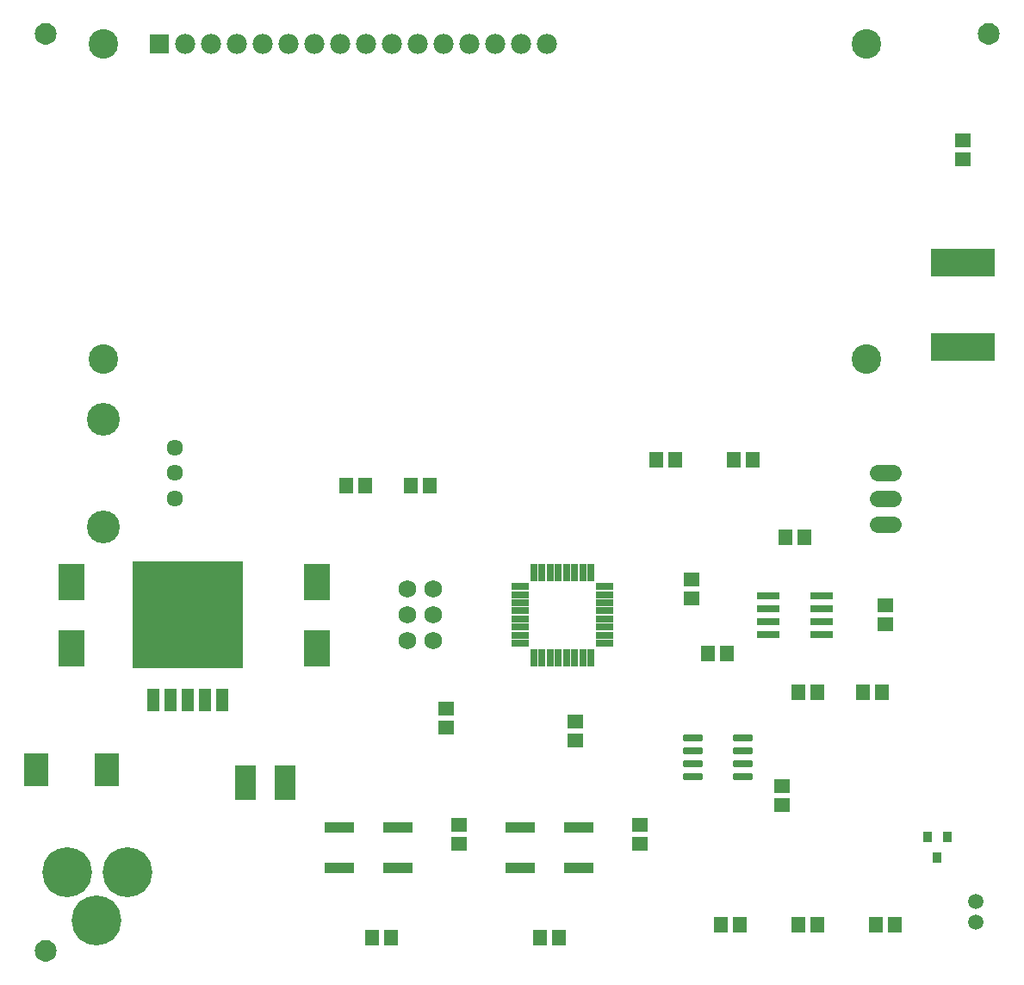
<source format=gts>
G04 EAGLE Gerber RS-274X export*
G75*
%MOMM*%
%FSLAX34Y34*%
%LPD*%
%INSoldermask Top*%
%IPPOS*%
%AMOC8*
5,1,8,0,0,1.08239X$1,22.5*%
G01*
%ADD10R,1.601600X1.401600*%
%ADD11R,2.601600X3.601600*%
%ADD12R,1.401600X1.601600*%
%ADD13R,2.351600X3.281600*%
%ADD14R,10.901600X10.511600*%
%ADD15R,1.168400X2.260600*%
%ADD16R,2.301600X0.701600*%
%ADD17C,1.727200*%
%ADD18R,2.001600X3.501600*%
%ADD19R,1.981200X1.981200*%
%ADD20C,1.981200*%
%ADD21C,2.901600*%
%ADD22C,1.609600*%
%ADD23C,3.217600*%
%ADD24C,1.625600*%
%ADD25R,6.301600X2.801600*%
%ADD26R,2.851600X1.101600*%
%ADD27R,0.889000X0.990600*%
%ADD28C,0.252575*%
%ADD29C,4.901600*%
%ADD30R,0.651600X1.701600*%
%ADD31R,1.701600X0.651600*%
%ADD32C,1.509600*%

G36*
X27192Y916620D02*
X27192Y916620D01*
X27235Y916632D01*
X27301Y916639D01*
X28984Y917090D01*
X29025Y917109D01*
X29088Y917128D01*
X30668Y917865D01*
X30705Y917891D01*
X30764Y917920D01*
X32192Y918920D01*
X32223Y918952D01*
X32276Y918991D01*
X33509Y920224D01*
X33534Y920260D01*
X33580Y920308D01*
X34580Y921736D01*
X34598Y921777D01*
X34635Y921832D01*
X35372Y923412D01*
X35383Y923455D01*
X35410Y923516D01*
X35861Y925199D01*
X35863Y925231D01*
X35870Y925252D01*
X35870Y925267D01*
X35880Y925308D01*
X36032Y927045D01*
X36028Y927089D01*
X36032Y927155D01*
X35880Y928892D01*
X35868Y928935D01*
X35861Y929001D01*
X35410Y930684D01*
X35391Y930725D01*
X35372Y930788D01*
X34635Y932368D01*
X34609Y932405D01*
X34580Y932464D01*
X33580Y933892D01*
X33548Y933923D01*
X33509Y933976D01*
X32276Y935209D01*
X32240Y935234D01*
X32192Y935280D01*
X30764Y936280D01*
X30723Y936298D01*
X30668Y936335D01*
X29088Y937072D01*
X29045Y937083D01*
X28984Y937110D01*
X27301Y937561D01*
X27256Y937564D01*
X27192Y937580D01*
X25455Y937732D01*
X25411Y937728D01*
X25345Y937732D01*
X23608Y937580D01*
X23565Y937568D01*
X23499Y937561D01*
X21816Y937110D01*
X21775Y937091D01*
X21712Y937072D01*
X20132Y936335D01*
X20095Y936309D01*
X20036Y936280D01*
X18608Y935280D01*
X18577Y935248D01*
X18524Y935209D01*
X17291Y933976D01*
X17266Y933940D01*
X17220Y933892D01*
X16220Y932464D01*
X16202Y932423D01*
X16165Y932368D01*
X15428Y930788D01*
X15417Y930745D01*
X15390Y930684D01*
X14939Y929001D01*
X14936Y928956D01*
X14920Y928892D01*
X14768Y927155D01*
X14772Y927111D01*
X14768Y927045D01*
X14920Y925308D01*
X14932Y925265D01*
X14936Y925231D01*
X14936Y925215D01*
X14938Y925210D01*
X14939Y925199D01*
X15390Y923516D01*
X15409Y923475D01*
X15428Y923412D01*
X16165Y921832D01*
X16191Y921795D01*
X16220Y921736D01*
X17220Y920308D01*
X17252Y920277D01*
X17291Y920224D01*
X18524Y918991D01*
X18560Y918966D01*
X18608Y918920D01*
X20036Y917920D01*
X20077Y917902D01*
X20132Y917865D01*
X21712Y917128D01*
X21755Y917117D01*
X21816Y917090D01*
X23499Y916639D01*
X23544Y916636D01*
X23608Y916620D01*
X25345Y916468D01*
X25389Y916472D01*
X25455Y916468D01*
X27192Y916620D01*
G37*
G36*
X954292Y916620D02*
X954292Y916620D01*
X954335Y916632D01*
X954401Y916639D01*
X956084Y917090D01*
X956125Y917109D01*
X956188Y917128D01*
X957768Y917865D01*
X957805Y917891D01*
X957864Y917920D01*
X959292Y918920D01*
X959323Y918952D01*
X959376Y918991D01*
X960609Y920224D01*
X960634Y920260D01*
X960680Y920308D01*
X961680Y921736D01*
X961698Y921777D01*
X961735Y921832D01*
X962472Y923412D01*
X962483Y923455D01*
X962510Y923516D01*
X962961Y925199D01*
X962963Y925231D01*
X962970Y925252D01*
X962970Y925267D01*
X962980Y925308D01*
X963132Y927045D01*
X963128Y927089D01*
X963132Y927155D01*
X962980Y928892D01*
X962968Y928935D01*
X962961Y929001D01*
X962510Y930684D01*
X962491Y930725D01*
X962472Y930788D01*
X961735Y932368D01*
X961709Y932405D01*
X961680Y932464D01*
X960680Y933892D01*
X960648Y933923D01*
X960609Y933976D01*
X959376Y935209D01*
X959340Y935234D01*
X959292Y935280D01*
X957864Y936280D01*
X957823Y936298D01*
X957768Y936335D01*
X956188Y937072D01*
X956145Y937083D01*
X956084Y937110D01*
X954401Y937561D01*
X954356Y937564D01*
X954292Y937580D01*
X952555Y937732D01*
X952511Y937728D01*
X952445Y937732D01*
X950708Y937580D01*
X950665Y937568D01*
X950599Y937561D01*
X948916Y937110D01*
X948875Y937091D01*
X948812Y937072D01*
X947232Y936335D01*
X947195Y936309D01*
X947136Y936280D01*
X945708Y935280D01*
X945677Y935248D01*
X945624Y935209D01*
X944391Y933976D01*
X944366Y933940D01*
X944320Y933892D01*
X943320Y932464D01*
X943302Y932423D01*
X943265Y932368D01*
X942528Y930788D01*
X942517Y930745D01*
X942490Y930684D01*
X942039Y929001D01*
X942036Y928956D01*
X942020Y928892D01*
X941868Y927155D01*
X941872Y927111D01*
X941868Y927045D01*
X942020Y925308D01*
X942032Y925265D01*
X942036Y925231D01*
X942036Y925215D01*
X942038Y925210D01*
X942039Y925199D01*
X942490Y923516D01*
X942509Y923475D01*
X942528Y923412D01*
X943265Y921832D01*
X943291Y921795D01*
X943320Y921736D01*
X944320Y920308D01*
X944352Y920277D01*
X944391Y920224D01*
X945624Y918991D01*
X945660Y918966D01*
X945708Y918920D01*
X947136Y917920D01*
X947177Y917902D01*
X947232Y917865D01*
X948812Y917128D01*
X948855Y917117D01*
X948916Y917090D01*
X950599Y916639D01*
X950644Y916636D01*
X950708Y916620D01*
X952445Y916468D01*
X952489Y916472D01*
X952555Y916468D01*
X954292Y916620D01*
G37*
G36*
X27192Y14920D02*
X27192Y14920D01*
X27235Y14932D01*
X27301Y14939D01*
X28984Y15390D01*
X29025Y15409D01*
X29088Y15428D01*
X30668Y16165D01*
X30705Y16191D01*
X30764Y16220D01*
X32192Y17220D01*
X32223Y17252D01*
X32276Y17291D01*
X33509Y18524D01*
X33534Y18560D01*
X33580Y18608D01*
X34580Y20036D01*
X34598Y20077D01*
X34635Y20132D01*
X35372Y21712D01*
X35383Y21755D01*
X35410Y21816D01*
X35861Y23499D01*
X35863Y23531D01*
X35870Y23552D01*
X35870Y23567D01*
X35880Y23608D01*
X36032Y25345D01*
X36028Y25389D01*
X36032Y25455D01*
X35880Y27192D01*
X35868Y27235D01*
X35861Y27301D01*
X35410Y28984D01*
X35391Y29025D01*
X35372Y29088D01*
X34635Y30668D01*
X34609Y30705D01*
X34580Y30764D01*
X33580Y32192D01*
X33548Y32223D01*
X33509Y32276D01*
X32276Y33509D01*
X32240Y33534D01*
X32192Y33580D01*
X30764Y34580D01*
X30723Y34598D01*
X30668Y34635D01*
X29088Y35372D01*
X29045Y35383D01*
X28984Y35410D01*
X27301Y35861D01*
X27256Y35864D01*
X27192Y35880D01*
X25455Y36032D01*
X25411Y36028D01*
X25345Y36032D01*
X23608Y35880D01*
X23565Y35868D01*
X23499Y35861D01*
X21816Y35410D01*
X21775Y35391D01*
X21712Y35372D01*
X20132Y34635D01*
X20095Y34609D01*
X20036Y34580D01*
X18608Y33580D01*
X18577Y33548D01*
X18524Y33509D01*
X17291Y32276D01*
X17266Y32240D01*
X17220Y32192D01*
X16220Y30764D01*
X16202Y30723D01*
X16165Y30668D01*
X15428Y29088D01*
X15417Y29045D01*
X15390Y28984D01*
X14939Y27301D01*
X14936Y27256D01*
X14920Y27192D01*
X14768Y25455D01*
X14772Y25411D01*
X14768Y25345D01*
X14920Y23608D01*
X14932Y23565D01*
X14936Y23531D01*
X14936Y23515D01*
X14938Y23510D01*
X14939Y23499D01*
X15390Y21816D01*
X15409Y21775D01*
X15428Y21712D01*
X16165Y20132D01*
X16191Y20095D01*
X16220Y20036D01*
X17220Y18608D01*
X17252Y18577D01*
X17291Y18524D01*
X18524Y17291D01*
X18560Y17266D01*
X18608Y17220D01*
X20036Y16220D01*
X20077Y16202D01*
X20132Y16165D01*
X21712Y15428D01*
X21755Y15417D01*
X21816Y15390D01*
X23499Y14939D01*
X23544Y14936D01*
X23608Y14920D01*
X25345Y14768D01*
X25389Y14772D01*
X25455Y14768D01*
X27192Y14920D01*
G37*
D10*
X749300Y168300D03*
X749300Y187300D03*
D11*
X50800Y323100D03*
X50800Y388100D03*
X292100Y388100D03*
X292100Y323100D03*
D12*
X320700Y482600D03*
X339700Y482600D03*
X771500Y431800D03*
X752500Y431800D03*
X511200Y38100D03*
X530200Y38100D03*
X346100Y38100D03*
X365100Y38100D03*
X384200Y482600D03*
X403200Y482600D03*
D13*
X85350Y203200D03*
X16250Y203200D03*
D14*
X165100Y355600D03*
D15*
X131064Y272288D03*
X148082Y272288D03*
X165100Y272288D03*
X182118Y272288D03*
X199136Y272288D03*
D16*
X736000Y361950D03*
X788000Y361950D03*
X736000Y374650D03*
X736000Y349250D03*
X736000Y336550D03*
X788000Y374650D03*
X788000Y349250D03*
X788000Y336550D03*
D17*
X381000Y355600D03*
X406400Y355600D03*
X406400Y381000D03*
X381000Y381000D03*
X381000Y330200D03*
X406400Y330200D03*
D18*
X221800Y190500D03*
X260800Y190500D03*
D19*
X137200Y917000D03*
D20*
X162600Y917000D03*
X188000Y917000D03*
X213400Y917000D03*
X238800Y917000D03*
X264200Y917000D03*
X289600Y917000D03*
X315000Y917000D03*
X340400Y917000D03*
X365800Y917000D03*
X391200Y917000D03*
X416600Y917000D03*
X442000Y917000D03*
X467400Y917000D03*
X492800Y917000D03*
X518200Y917000D03*
D21*
X82200Y917000D03*
X82200Y607000D03*
X832200Y917000D03*
X832200Y607000D03*
D22*
X152400Y495300D03*
X152400Y470300D03*
X152400Y520300D03*
D23*
X82400Y442300D03*
X82400Y548300D03*
D24*
X843280Y495300D02*
X858520Y495300D01*
X858520Y469900D02*
X843280Y469900D01*
X843280Y444500D02*
X858520Y444500D01*
D10*
X419100Y244500D03*
X419100Y263500D03*
X927100Y803300D03*
X927100Y822300D03*
X609600Y130200D03*
X609600Y149200D03*
D12*
X765200Y279400D03*
X784200Y279400D03*
X860400Y50800D03*
X841400Y50800D03*
X784200Y50800D03*
X765200Y50800D03*
D10*
X546100Y231800D03*
X546100Y250800D03*
D25*
X927100Y618998D03*
X927100Y701802D03*
D10*
X850900Y365100D03*
X850900Y346100D03*
D12*
X676300Y317500D03*
X695300Y317500D03*
D10*
X660400Y390500D03*
X660400Y371500D03*
D12*
X644500Y508000D03*
X625500Y508000D03*
X720700Y508000D03*
X701700Y508000D03*
X689000Y50800D03*
X708000Y50800D03*
X828700Y279400D03*
X847700Y279400D03*
D10*
X431800Y130200D03*
X431800Y149200D03*
D26*
X549450Y107000D03*
X491950Y107000D03*
X549450Y147000D03*
X491950Y147000D03*
X371650Y107000D03*
X314150Y107000D03*
X371650Y147000D03*
X314150Y147000D03*
D27*
X911606Y137160D03*
X892302Y137160D03*
X901954Y116840D03*
D28*
X669995Y232705D02*
X652505Y232705D01*
X652505Y237195D01*
X669995Y237195D01*
X669995Y232705D01*
X669995Y235105D02*
X652505Y235105D01*
X652505Y220005D02*
X669995Y220005D01*
X652505Y220005D02*
X652505Y224495D01*
X669995Y224495D01*
X669995Y220005D01*
X669995Y222405D02*
X652505Y222405D01*
X652505Y207305D02*
X669995Y207305D01*
X652505Y207305D02*
X652505Y211795D01*
X669995Y211795D01*
X669995Y207305D01*
X669995Y209705D02*
X652505Y209705D01*
X652505Y194605D02*
X669995Y194605D01*
X652505Y194605D02*
X652505Y199095D01*
X669995Y199095D01*
X669995Y194605D01*
X669995Y197005D02*
X652505Y197005D01*
X701605Y194605D02*
X719095Y194605D01*
X701605Y194605D02*
X701605Y199095D01*
X719095Y199095D01*
X719095Y194605D01*
X719095Y197005D02*
X701605Y197005D01*
X701605Y207305D02*
X719095Y207305D01*
X701605Y207305D02*
X701605Y211795D01*
X719095Y211795D01*
X719095Y207305D01*
X719095Y209705D02*
X701605Y209705D01*
X701605Y220005D02*
X719095Y220005D01*
X701605Y220005D02*
X701605Y224495D01*
X719095Y224495D01*
X719095Y220005D01*
X719095Y222405D02*
X701605Y222405D01*
X701605Y232705D02*
X719095Y232705D01*
X701605Y232705D02*
X701605Y237195D01*
X719095Y237195D01*
X719095Y232705D01*
X719095Y235105D02*
X701605Y235105D01*
D29*
X75600Y55600D03*
X105600Y102600D03*
X46600Y102600D03*
D30*
X561400Y397400D03*
X553400Y397400D03*
X545400Y397400D03*
X537400Y397400D03*
X529400Y397400D03*
X521400Y397400D03*
X513400Y397400D03*
X505400Y397400D03*
D31*
X491600Y383600D03*
X491600Y375600D03*
X491600Y367600D03*
X491600Y359600D03*
X491600Y351600D03*
X491600Y343600D03*
X491600Y335600D03*
X491600Y327600D03*
D30*
X505400Y313800D03*
X513400Y313800D03*
X521400Y313800D03*
X529400Y313800D03*
X537400Y313800D03*
X545400Y313800D03*
X553400Y313800D03*
X561400Y313800D03*
D31*
X575200Y327600D03*
X575200Y335600D03*
X575200Y343600D03*
X575200Y351600D03*
X575200Y359600D03*
X575200Y367600D03*
X575200Y375600D03*
X575200Y383600D03*
D32*
X939800Y73500D03*
X939800Y53500D03*
M02*

</source>
